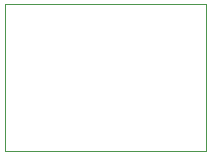
<source format=gbr>
%TF.GenerationSoftware,KiCad,Pcbnew,8.0.6*%
%TF.CreationDate,2025-03-31T15:58:56-05:00*%
%TF.ProjectId,hall-effect,68616c6c-2d65-4666-9665-63742e6b6963,rev?*%
%TF.SameCoordinates,Original*%
%TF.FileFunction,Profile,NP*%
%FSLAX46Y46*%
G04 Gerber Fmt 4.6, Leading zero omitted, Abs format (unit mm)*
G04 Created by KiCad (PCBNEW 8.0.6) date 2025-03-31 15:58:56*
%MOMM*%
%LPD*%
G01*
G04 APERTURE LIST*
%TA.AperFunction,Profile*%
%ADD10C,0.050000*%
%TD*%
G04 APERTURE END LIST*
D10*
X161544000Y-71882000D02*
X144526000Y-71882000D01*
X161544000Y-71882000D02*
X161544000Y-84328000D01*
X144526000Y-84328000D02*
X161544000Y-84328000D01*
X144526000Y-84328000D02*
X144526000Y-71882000D01*
M02*

</source>
